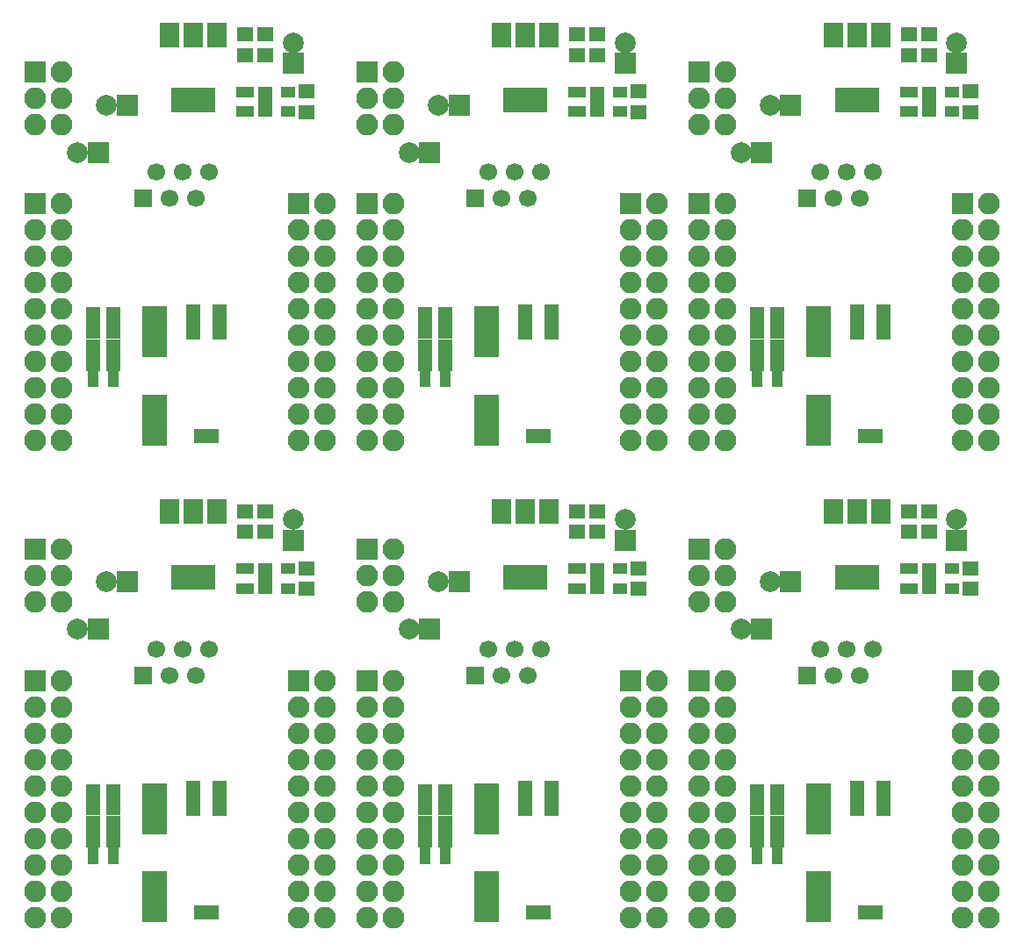
<source format=gbr>
G04 #@! TF.FileFunction,Soldermask,Bot*
%FSLAX46Y46*%
G04 Gerber Fmt 4.6, Leading zero omitted, Abs format (unit mm)*
G04 Created by KiCad (PCBNEW 4.0.7) date 07/23/18 15:50:34*
%MOMM*%
%LPD*%
G01*
G04 APERTURE LIST*
%ADD10C,0.100000*%
%ADD11R,4.200000X2.400000*%
%ADD12R,1.900000X2.400000*%
%ADD13R,1.650000X1.400000*%
%ADD14R,1.700000X1.100000*%
%ADD15R,1.460000X1.050000*%
%ADD16R,1.100000X1.700000*%
%ADD17R,1.400000X1.650000*%
%ADD18R,2.400000X4.900000*%
%ADD19R,2.400000X1.400000*%
%ADD20R,1.400000X3.400000*%
%ADD21R,2.000000X2.000000*%
%ADD22C,2.000000*%
%ADD23R,2.100000X2.100000*%
%ADD24O,2.100000X2.100000*%
%ADD25C,1.700000*%
%ADD26R,1.700000X1.700000*%
G04 APERTURE END LIST*
D10*
D11*
X141700000Y-59650000D03*
D12*
X141700000Y-53350000D03*
X144000000Y-53350000D03*
X139400000Y-53350000D03*
D13*
X146700000Y-55300000D03*
X146700000Y-53300000D03*
X148600000Y-55300000D03*
X148600000Y-53300000D03*
D14*
X146700000Y-58850000D03*
X146700000Y-60750000D03*
D13*
X152600000Y-60800000D03*
X152600000Y-58800000D03*
D15*
X148600000Y-60750000D03*
X148600000Y-59800000D03*
X148600000Y-58850000D03*
X150800000Y-58850000D03*
X150800000Y-60750000D03*
D16*
X164050000Y-86500000D03*
X165950000Y-86500000D03*
D17*
X166000000Y-83500000D03*
X164000000Y-83500000D03*
X166000000Y-81900000D03*
X164000000Y-81900000D03*
D18*
X170000000Y-82000000D03*
X170000000Y-90500000D03*
D19*
X174950000Y-92050000D03*
D20*
X173660000Y-81000000D03*
X176200000Y-81000000D03*
D17*
X166009843Y-85000000D03*
X164009843Y-85000000D03*
X166000000Y-80400000D03*
X164000000Y-80400000D03*
X102000000Y-83500000D03*
X100000000Y-83500000D03*
X102000000Y-81900000D03*
X100000000Y-81900000D03*
X102009843Y-85000000D03*
X100009843Y-85000000D03*
D18*
X106000000Y-82000000D03*
X106000000Y-90500000D03*
D19*
X110950000Y-92050000D03*
D20*
X109660000Y-81000000D03*
X112200000Y-81000000D03*
D16*
X100050000Y-86500000D03*
X101950000Y-86500000D03*
D17*
X102000000Y-80400000D03*
X100000000Y-80400000D03*
D19*
X142950000Y-92050000D03*
D20*
X141660000Y-81000000D03*
X144200000Y-81000000D03*
D18*
X138000000Y-82000000D03*
X138000000Y-90500000D03*
D17*
X134000000Y-80400000D03*
X132000000Y-80400000D03*
X134000000Y-81900000D03*
X132000000Y-81900000D03*
D16*
X132050000Y-86500000D03*
X133950000Y-86500000D03*
D17*
X134009843Y-85000000D03*
X132009843Y-85000000D03*
X134000000Y-83500000D03*
X132000000Y-83500000D03*
D11*
X173700000Y-59650000D03*
D12*
X173700000Y-53350000D03*
X176000000Y-53350000D03*
X171400000Y-53350000D03*
D13*
X178700000Y-55300000D03*
X178700000Y-53300000D03*
D14*
X178700000Y-58850000D03*
X178700000Y-60750000D03*
D13*
X184600000Y-60800000D03*
X184600000Y-58800000D03*
X180600000Y-55300000D03*
X180600000Y-53300000D03*
D15*
X180600000Y-60750000D03*
X180600000Y-59800000D03*
X180600000Y-58850000D03*
X182800000Y-58850000D03*
X182800000Y-60750000D03*
X116600000Y-60750000D03*
X116600000Y-59800000D03*
X116600000Y-58850000D03*
X118800000Y-58850000D03*
X118800000Y-60750000D03*
D13*
X114700000Y-55300000D03*
X114700000Y-53300000D03*
X116600000Y-55300000D03*
X116600000Y-53300000D03*
D11*
X109700000Y-59650000D03*
D12*
X109700000Y-53350000D03*
X112000000Y-53350000D03*
X107400000Y-53350000D03*
D13*
X120600000Y-60800000D03*
X120600000Y-58800000D03*
D14*
X114700000Y-58850000D03*
X114700000Y-60750000D03*
D21*
X164500000Y-64700000D03*
D22*
X162500000Y-64700000D03*
D23*
X158460000Y-56940000D03*
D24*
X161000000Y-56940000D03*
X158460000Y-59480000D03*
X161000000Y-59480000D03*
X158460000Y-62020000D03*
X161000000Y-62020000D03*
D21*
X167300000Y-60100000D03*
D22*
X165300000Y-60100000D03*
D21*
X183300000Y-56100000D03*
D22*
X183300000Y-54100000D03*
D25*
X170169583Y-66587593D03*
D26*
X168899583Y-69127593D03*
D25*
X171439583Y-69127593D03*
X172709583Y-66587593D03*
X173979583Y-69127593D03*
X175249583Y-66587593D03*
D23*
X183860000Y-69650000D03*
D24*
X186400000Y-69650000D03*
X183860000Y-72190000D03*
X186400000Y-72190000D03*
X183860000Y-74730000D03*
X186400000Y-74730000D03*
X183860000Y-77270000D03*
X186400000Y-77270000D03*
X183860000Y-79810000D03*
X186400000Y-79810000D03*
X183860000Y-82350000D03*
X186400000Y-82350000D03*
X183860000Y-84890000D03*
X186400000Y-84890000D03*
X183860000Y-87430000D03*
X186400000Y-87430000D03*
X183860000Y-89970000D03*
X186400000Y-89970000D03*
X183860000Y-92510000D03*
X186400000Y-92510000D03*
D23*
X158460000Y-69650000D03*
D24*
X161000000Y-69650000D03*
X158460000Y-72190000D03*
X161000000Y-72190000D03*
X158460000Y-74730000D03*
X161000000Y-74730000D03*
X158460000Y-77270000D03*
X161000000Y-77270000D03*
X158460000Y-79810000D03*
X161000000Y-79810000D03*
X158460000Y-82350000D03*
X161000000Y-82350000D03*
X158460000Y-84890000D03*
X161000000Y-84890000D03*
X158460000Y-87430000D03*
X161000000Y-87430000D03*
X158460000Y-89970000D03*
X161000000Y-89970000D03*
X158460000Y-92510000D03*
X161000000Y-92510000D03*
D21*
X151300000Y-56100000D03*
D22*
X151300000Y-54100000D03*
D23*
X126460000Y-56940000D03*
D24*
X129000000Y-56940000D03*
X126460000Y-59480000D03*
X129000000Y-59480000D03*
X126460000Y-62020000D03*
X129000000Y-62020000D03*
D21*
X132500000Y-64700000D03*
D22*
X130500000Y-64700000D03*
D21*
X135300000Y-60100000D03*
D22*
X133300000Y-60100000D03*
D23*
X94460000Y-69650000D03*
D24*
X97000000Y-69650000D03*
X94460000Y-72190000D03*
X97000000Y-72190000D03*
X94460000Y-74730000D03*
X97000000Y-74730000D03*
X94460000Y-77270000D03*
X97000000Y-77270000D03*
X94460000Y-79810000D03*
X97000000Y-79810000D03*
X94460000Y-82350000D03*
X97000000Y-82350000D03*
X94460000Y-84890000D03*
X97000000Y-84890000D03*
X94460000Y-87430000D03*
X97000000Y-87430000D03*
X94460000Y-89970000D03*
X97000000Y-89970000D03*
X94460000Y-92510000D03*
X97000000Y-92510000D03*
D25*
X106169583Y-66587593D03*
D26*
X104899583Y-69127593D03*
D25*
X107439583Y-69127593D03*
X108709583Y-66587593D03*
X109979583Y-69127593D03*
X111249583Y-66587593D03*
D21*
X100500000Y-64700000D03*
D22*
X98500000Y-64700000D03*
D21*
X103300000Y-60100000D03*
D22*
X101300000Y-60100000D03*
D23*
X94460000Y-56940000D03*
D24*
X97000000Y-56940000D03*
X94460000Y-59480000D03*
X97000000Y-59480000D03*
X94460000Y-62020000D03*
X97000000Y-62020000D03*
D21*
X119300000Y-56100000D03*
D22*
X119300000Y-54100000D03*
D25*
X138169583Y-66587593D03*
D26*
X136899583Y-69127593D03*
D25*
X139439583Y-69127593D03*
X140709583Y-66587593D03*
X141979583Y-69127593D03*
X143249583Y-66587593D03*
D23*
X151860000Y-69650000D03*
D24*
X154400000Y-69650000D03*
X151860000Y-72190000D03*
X154400000Y-72190000D03*
X151860000Y-74730000D03*
X154400000Y-74730000D03*
X151860000Y-77270000D03*
X154400000Y-77270000D03*
X151860000Y-79810000D03*
X154400000Y-79810000D03*
X151860000Y-82350000D03*
X154400000Y-82350000D03*
X151860000Y-84890000D03*
X154400000Y-84890000D03*
X151860000Y-87430000D03*
X154400000Y-87430000D03*
X151860000Y-89970000D03*
X154400000Y-89970000D03*
X151860000Y-92510000D03*
X154400000Y-92510000D03*
D23*
X119860000Y-69650000D03*
D24*
X122400000Y-69650000D03*
X119860000Y-72190000D03*
X122400000Y-72190000D03*
X119860000Y-74730000D03*
X122400000Y-74730000D03*
X119860000Y-77270000D03*
X122400000Y-77270000D03*
X119860000Y-79810000D03*
X122400000Y-79810000D03*
X119860000Y-82350000D03*
X122400000Y-82350000D03*
X119860000Y-84890000D03*
X122400000Y-84890000D03*
X119860000Y-87430000D03*
X122400000Y-87430000D03*
X119860000Y-89970000D03*
X122400000Y-89970000D03*
X119860000Y-92510000D03*
X122400000Y-92510000D03*
D23*
X126460000Y-69650000D03*
D24*
X129000000Y-69650000D03*
X126460000Y-72190000D03*
X129000000Y-72190000D03*
X126460000Y-74730000D03*
X129000000Y-74730000D03*
X126460000Y-77270000D03*
X129000000Y-77270000D03*
X126460000Y-79810000D03*
X129000000Y-79810000D03*
X126460000Y-82350000D03*
X129000000Y-82350000D03*
X126460000Y-84890000D03*
X129000000Y-84890000D03*
X126460000Y-87430000D03*
X129000000Y-87430000D03*
X126460000Y-89970000D03*
X129000000Y-89970000D03*
X126460000Y-92510000D03*
X129000000Y-92510000D03*
D13*
X180600000Y-101300000D03*
X180600000Y-99300000D03*
D14*
X178700000Y-104850000D03*
X178700000Y-106750000D03*
D13*
X178700000Y-101300000D03*
X178700000Y-99300000D03*
X184600000Y-106800000D03*
X184600000Y-104800000D03*
D11*
X173700000Y-105650000D03*
D12*
X173700000Y-99350000D03*
X176000000Y-99350000D03*
X171400000Y-99350000D03*
D15*
X180600000Y-106750000D03*
X180600000Y-105800000D03*
X180600000Y-104850000D03*
X182800000Y-104850000D03*
X182800000Y-106750000D03*
D17*
X166009843Y-131000000D03*
X164009843Y-131000000D03*
X166000000Y-127900000D03*
X164000000Y-127900000D03*
D16*
X164050000Y-132500000D03*
X165950000Y-132500000D03*
D17*
X166000000Y-129500000D03*
X164000000Y-129500000D03*
D18*
X170000000Y-128000000D03*
X170000000Y-136500000D03*
D17*
X166000000Y-126400000D03*
X164000000Y-126400000D03*
D19*
X174950000Y-138050000D03*
D20*
X173660000Y-127000000D03*
X176200000Y-127000000D03*
D21*
X183300000Y-102100000D03*
D22*
X183300000Y-100100000D03*
D23*
X158460000Y-102940000D03*
D24*
X161000000Y-102940000D03*
X158460000Y-105480000D03*
X161000000Y-105480000D03*
X158460000Y-108020000D03*
X161000000Y-108020000D03*
D21*
X164500000Y-110700000D03*
D22*
X162500000Y-110700000D03*
D21*
X167300000Y-106100000D03*
D22*
X165300000Y-106100000D03*
D25*
X170169583Y-112587593D03*
D26*
X168899583Y-115127593D03*
D25*
X171439583Y-115127593D03*
X172709583Y-112587593D03*
X173979583Y-115127593D03*
X175249583Y-112587593D03*
D23*
X183860000Y-115650000D03*
D24*
X186400000Y-115650000D03*
X183860000Y-118190000D03*
X186400000Y-118190000D03*
X183860000Y-120730000D03*
X186400000Y-120730000D03*
X183860000Y-123270000D03*
X186400000Y-123270000D03*
X183860000Y-125810000D03*
X186400000Y-125810000D03*
X183860000Y-128350000D03*
X186400000Y-128350000D03*
X183860000Y-130890000D03*
X186400000Y-130890000D03*
X183860000Y-133430000D03*
X186400000Y-133430000D03*
X183860000Y-135970000D03*
X186400000Y-135970000D03*
X183860000Y-138510000D03*
X186400000Y-138510000D03*
D23*
X158460000Y-115650000D03*
D24*
X161000000Y-115650000D03*
X158460000Y-118190000D03*
X161000000Y-118190000D03*
X158460000Y-120730000D03*
X161000000Y-120730000D03*
X158460000Y-123270000D03*
X161000000Y-123270000D03*
X158460000Y-125810000D03*
X161000000Y-125810000D03*
X158460000Y-128350000D03*
X161000000Y-128350000D03*
X158460000Y-130890000D03*
X161000000Y-130890000D03*
X158460000Y-133430000D03*
X161000000Y-133430000D03*
X158460000Y-135970000D03*
X161000000Y-135970000D03*
X158460000Y-138510000D03*
X161000000Y-138510000D03*
D13*
X148600000Y-101300000D03*
X148600000Y-99300000D03*
D14*
X146700000Y-104850000D03*
X146700000Y-106750000D03*
D13*
X146700000Y-101300000D03*
X146700000Y-99300000D03*
X152600000Y-106800000D03*
X152600000Y-104800000D03*
D11*
X141700000Y-105650000D03*
D12*
X141700000Y-99350000D03*
X144000000Y-99350000D03*
X139400000Y-99350000D03*
D15*
X148600000Y-106750000D03*
X148600000Y-105800000D03*
X148600000Y-104850000D03*
X150800000Y-104850000D03*
X150800000Y-106750000D03*
D17*
X134009843Y-131000000D03*
X132009843Y-131000000D03*
X134000000Y-127900000D03*
X132000000Y-127900000D03*
D16*
X132050000Y-132500000D03*
X133950000Y-132500000D03*
D17*
X134000000Y-129500000D03*
X132000000Y-129500000D03*
D18*
X138000000Y-128000000D03*
X138000000Y-136500000D03*
D17*
X134000000Y-126400000D03*
X132000000Y-126400000D03*
D19*
X142950000Y-138050000D03*
D20*
X141660000Y-127000000D03*
X144200000Y-127000000D03*
D21*
X151300000Y-102100000D03*
D22*
X151300000Y-100100000D03*
D23*
X126460000Y-102940000D03*
D24*
X129000000Y-102940000D03*
X126460000Y-105480000D03*
X129000000Y-105480000D03*
X126460000Y-108020000D03*
X129000000Y-108020000D03*
D21*
X132500000Y-110700000D03*
D22*
X130500000Y-110700000D03*
D21*
X135300000Y-106100000D03*
D22*
X133300000Y-106100000D03*
D25*
X138169583Y-112587593D03*
D26*
X136899583Y-115127593D03*
D25*
X139439583Y-115127593D03*
X140709583Y-112587593D03*
X141979583Y-115127593D03*
X143249583Y-112587593D03*
D23*
X151860000Y-115650000D03*
D24*
X154400000Y-115650000D03*
X151860000Y-118190000D03*
X154400000Y-118190000D03*
X151860000Y-120730000D03*
X154400000Y-120730000D03*
X151860000Y-123270000D03*
X154400000Y-123270000D03*
X151860000Y-125810000D03*
X154400000Y-125810000D03*
X151860000Y-128350000D03*
X154400000Y-128350000D03*
X151860000Y-130890000D03*
X154400000Y-130890000D03*
X151860000Y-133430000D03*
X154400000Y-133430000D03*
X151860000Y-135970000D03*
X154400000Y-135970000D03*
X151860000Y-138510000D03*
X154400000Y-138510000D03*
D23*
X126460000Y-115650000D03*
D24*
X129000000Y-115650000D03*
X126460000Y-118190000D03*
X129000000Y-118190000D03*
X126460000Y-120730000D03*
X129000000Y-120730000D03*
X126460000Y-123270000D03*
X129000000Y-123270000D03*
X126460000Y-125810000D03*
X129000000Y-125810000D03*
X126460000Y-128350000D03*
X129000000Y-128350000D03*
X126460000Y-130890000D03*
X129000000Y-130890000D03*
X126460000Y-133430000D03*
X129000000Y-133430000D03*
X126460000Y-135970000D03*
X129000000Y-135970000D03*
X126460000Y-138510000D03*
X129000000Y-138510000D03*
D17*
X102000000Y-129500000D03*
X100000000Y-129500000D03*
X102009843Y-131000000D03*
X100009843Y-131000000D03*
D13*
X114700000Y-101300000D03*
X114700000Y-99300000D03*
X116600000Y-101300000D03*
X116600000Y-99300000D03*
D17*
X102000000Y-127900000D03*
X100000000Y-127900000D03*
X102000000Y-126400000D03*
X100000000Y-126400000D03*
D13*
X120600000Y-106800000D03*
X120600000Y-104800000D03*
D25*
X106169583Y-112587593D03*
D26*
X104899583Y-115127593D03*
D25*
X107439583Y-115127593D03*
X108709583Y-112587593D03*
X109979583Y-115127593D03*
X111249583Y-112587593D03*
D14*
X114700000Y-104850000D03*
X114700000Y-106750000D03*
D16*
X100050000Y-132500000D03*
X101950000Y-132500000D03*
D15*
X116600000Y-106750000D03*
X116600000Y-105800000D03*
X116600000Y-104850000D03*
X118800000Y-104850000D03*
X118800000Y-106750000D03*
D18*
X106000000Y-128000000D03*
X106000000Y-136500000D03*
D19*
X110950000Y-138050000D03*
D20*
X109660000Y-127000000D03*
X112200000Y-127000000D03*
D11*
X109700000Y-105650000D03*
D12*
X109700000Y-99350000D03*
X112000000Y-99350000D03*
X107400000Y-99350000D03*
D21*
X103300000Y-106100000D03*
D22*
X101300000Y-106100000D03*
D21*
X100500000Y-110700000D03*
D22*
X98500000Y-110700000D03*
D21*
X119300000Y-102100000D03*
D22*
X119300000Y-100100000D03*
D23*
X94460000Y-115650000D03*
D24*
X97000000Y-115650000D03*
X94460000Y-118190000D03*
X97000000Y-118190000D03*
X94460000Y-120730000D03*
X97000000Y-120730000D03*
X94460000Y-123270000D03*
X97000000Y-123270000D03*
X94460000Y-125810000D03*
X97000000Y-125810000D03*
X94460000Y-128350000D03*
X97000000Y-128350000D03*
X94460000Y-130890000D03*
X97000000Y-130890000D03*
X94460000Y-133430000D03*
X97000000Y-133430000D03*
X94460000Y-135970000D03*
X97000000Y-135970000D03*
X94460000Y-138510000D03*
X97000000Y-138510000D03*
D23*
X119860000Y-115650000D03*
D24*
X122400000Y-115650000D03*
X119860000Y-118190000D03*
X122400000Y-118190000D03*
X119860000Y-120730000D03*
X122400000Y-120730000D03*
X119860000Y-123270000D03*
X122400000Y-123270000D03*
X119860000Y-125810000D03*
X122400000Y-125810000D03*
X119860000Y-128350000D03*
X122400000Y-128350000D03*
X119860000Y-130890000D03*
X122400000Y-130890000D03*
X119860000Y-133430000D03*
X122400000Y-133430000D03*
X119860000Y-135970000D03*
X122400000Y-135970000D03*
X119860000Y-138510000D03*
X122400000Y-138510000D03*
D23*
X94460000Y-102940000D03*
D24*
X97000000Y-102940000D03*
X94460000Y-105480000D03*
X97000000Y-105480000D03*
X94460000Y-108020000D03*
X97000000Y-108020000D03*
M02*

</source>
